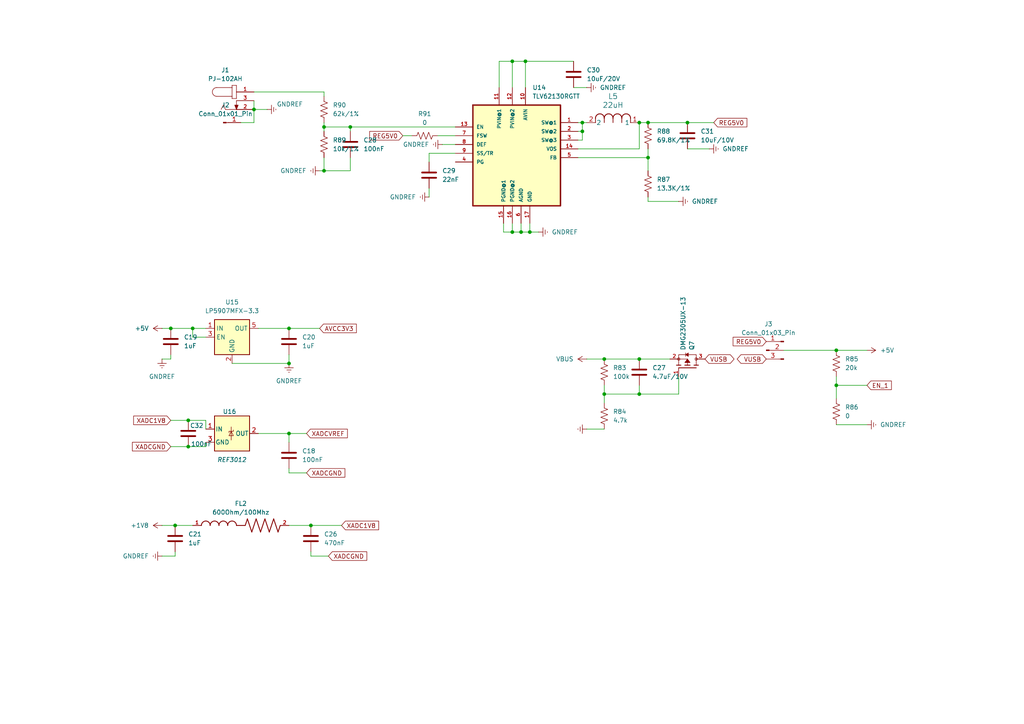
<source format=kicad_sch>
(kicad_sch (version 20231120) (generator "eeschema") (generator_version "8.0")
  (paper "A4")
  (lib_symbols
    (symbol "2025-03-04_21-33-04:NR5040T2R2N" (pin_names (offset 0.254))
      (property "Reference" "L" (at 6.985 5.08 0))
      (property "Value" "NR5040T2R2N" (at 6.985 -2.54 0))
      (symbol "NR5040T2R2N_1_1"
        (polyline (pts (xy 2.54 0) (xy 2.54 1.27)) (stroke (width 0.2032)))
        (polyline (pts (xy 5.08 0) (xy 5.08 1.27)) (stroke (width 0.2032)))
        (polyline (pts (xy 7.62 0) (xy 7.62 1.27)) (stroke (width 0.2032)))
        (polyline (pts (xy 10.16 0) (xy 10.16 1.27)) (stroke (width 0.2032)))
        (polyline (pts (xy 12.7 0) (xy 12.7 1.27)) (stroke (width 0.2032)))
        (arc (start 5.08 1.27) (mid 3.81 2.5344) (end 2.54 1.27) (stroke (width 0.254)))
        (arc (start 7.62 1.27) (mid 6.35 2.5344) (end 5.08 1.27) (stroke (width 0.254)))
        (arc (start 10.16 1.27) (mid 8.89 2.5344) (end 7.62 1.27) (stroke (width 0.254)))
        (arc (start 12.7 1.27) (mid 11.43 2.5344) (end 10.16 1.27) (stroke (width 0.254)))
        (pin unspecified line (at 15.24 0 180) (length 2.54) (name "1") (number "1"))
        (pin unspecified line (at 0 0 0) (length 2.54) (name "2") (number "2"))
      )
      (symbol "NR5040T2R2N_1_2"
        (arc (start -1.27 5.08) (mid -2.5344 3.81) (end -1.27 2.54) (stroke (width 0.254)))
        (arc (start -1.27 7.62) (mid -2.5344 6.35) (end -1.27 5.08) (stroke (width 0.254)))
        (arc (start -1.27 10.16) (mid -2.5344 8.89) (end -1.27 7.62) (stroke (width 0.254)))
        (arc (start -1.27 12.7) (mid -2.5344 11.43) (end -1.27 10.16) (stroke (width 0.254)))
        (polyline (pts (xy 0 2.54) (xy -1.27 2.54)) (stroke (width 0.2032)))
        (polyline (pts (xy 0 5.08) (xy -1.27 5.08)) (stroke (width 0.2032)))
        (polyline (pts (xy 0 7.62) (xy -1.27 7.62)) (stroke (width 0.2032)))
        (polyline (pts (xy 0 10.16) (xy -1.27 10.16)) (stroke (width 0.2032)))
        (polyline (pts (xy 0 12.7) (xy -1.27 12.7)) (stroke (width 0.2032)))
        (pin unspecified line (at 0 15.24 270) (length 2.54) (name "1") (number "1"))
        (pin unspecified line (at 0 0 90) (length 2.54) (name "2") (number "2"))
      )
    )
    (symbol "BLM18AG601SZ1D:BLM18AG601SZ1D" (pin_names (offset 1.016))
      (property "Reference" "FL" (at -12.7044 5.0815 0))
      (property "Value" "BLM18AG601SZ1D" (at -12.71 -5.0866 0))
      (symbol "BLM18AG601SZ1D_0_0"
        (arc (start -10.16 0) (mid -11.43 1.2645) (end -12.7 0) (stroke (width 0.254)))
        (arc (start -7.62 0) (mid -8.89 1.2645) (end -10.16 0) (stroke (width 0.254)))
        (arc (start -5.08 0) (mid -6.35 1.2645) (end -7.62 0) (stroke (width 0.254)))
        (arc (start -2.54 0) (mid -3.81 1.2645) (end -5.08 0) (stroke (width 0.254)))
        (polyline (pts (xy 0 0) (xy -2.54 0)) (stroke (width 0.254)))
        (polyline (pts (xy 0 0) (xy 0.635 1.905)) (stroke (width 0.254)))
        (polyline (pts (xy 0.635 1.905) (xy 1.905 -1.905)) (stroke (width 0.254)))
        (polyline (pts (xy 1.905 -1.905) (xy 3.175 1.905)) (stroke (width 0.254)))
        (polyline (pts (xy 3.175 1.905) (xy 4.445 -1.905)) (stroke (width 0.254)))
        (polyline (pts (xy 4.445 -1.905) (xy 5.715 1.905)) (stroke (width 0.254)))
        (polyline (pts (xy 5.715 1.905) (xy 6.985 -1.905)) (stroke (width 0.254)))
        (polyline (pts (xy 6.985 -1.905) (xy 8.255 1.905)) (stroke (width 0.254)))
        (polyline (pts (xy 8.255 1.905) (xy 9.525 -1.905)) (stroke (width 0.254)))
        (polyline (pts (xy 9.525 -1.905) (xy 10.16 0)) (stroke (width 0.254)))
        (pin passive line (at -15.24 0 0) (length 2.54) (name "~") (number "1"))
        (pin passive line (at 12.7 0 180) (length 2.54) (name "~") (number "2"))
      )
    )
    (symbol "Connector:Conn_01x01_Pin" (pin_names (offset 1.016) hide)
      (property "Reference" "J" (at 0 2.54 0))
      (property "Value" "Conn_01x01_Pin" (at 0 -2.54 0))
      (symbol "Conn_01x01_Pin_1_1"
        (polyline (pts (xy 1.27 0) (xy 0.8636 0)) (stroke (width 0.1524)))
        (rectangle (start 0.8636 0.127) (end 0 -0.127) (stroke (width 0.1524)) (fill (type outline)))
        (pin passive line (at 5.08 0 180) (length 3.81) (name "Pin_1") (number "1"))
      )
    )
    (symbol "Connector:Conn_01x03_Pin" (pin_names (offset 1.016) hide)
      (property "Reference" "J3" (at 0.635 7.62 0))
      (property "Value" "Conn_01x03_Pin" (at 0.635 5.08 0))
      (symbol "Conn_01x03_Pin_1_1"
        (polyline (pts (xy 1.27 0) (xy 0.8636 0)) (stroke (width 0.1524)))
        (polyline (pts (xy 3.81 -2.54) (xy 4.2164 -2.54)) (stroke (width 0.1524)))
        (polyline (pts (xy 3.81 2.54) (xy 4.2164 2.54)) (stroke (width 0.1524)))
        (rectangle (start 0.8636 0.127) (end 0 -0.127) (stroke (width 0.1524)) (fill (type outline)))
        (rectangle (start 4.2164 -2.667) (end 5.08 -2.413) (stroke (width 0.1524)) (fill (type outline)))
        (rectangle (start 4.2164 2.413) (end 5.08 2.667) (stroke (width 0.1524)) (fill (type outline)))
        (pin passive line (at 0 2.54 0) (length 3.81) (name "Pin_1") (number "1"))
        (pin passive line (at 5.08 0 180) (length 3.81) (name "Pin_2") (number "2"))
        (pin passive line (at 0 -2.54 0) (length 3.81) (name "Pin_3") (number "3"))
      )
    )
    (symbol "DMG2305UX-13:DMG2305UX-13" (pin_names (offset 1.016))
      (property "Reference" "Q" (at -8.89 3.81 0))
      (property "Value" "DMG2305UX-13" (at -8.89 -6.35 0))
      (symbol "DMG2305UX-13_0_0"
        (polyline (pts (xy 0 -2.54) (xy 0 2.54)) (stroke (width 0.254)))
        (polyline (pts (xy 0.762 -3.175) (xy 0.762 -2.54)) (stroke (width 0.254)))
        (polyline (pts (xy 0.762 -2.54) (xy 0.762 -1.905)) (stroke (width 0.254)))
        (polyline (pts (xy 0.762 -2.54) (xy 2.54 -2.54)) (stroke (width 0.1524)))
        (polyline (pts (xy 0.762 -0.762) (xy 0.762 0)) (stroke (width 0.254)))
        (polyline (pts (xy 0.762 0) (xy 0.762 0.762)) (stroke (width 0.254)))
        (polyline (pts (xy 0.762 0) (xy 2.54 0)) (stroke (width 0.1524)))
        (polyline (pts (xy 0.762 1.905) (xy 0.762 2.54)) (stroke (width 0.254)))
        (polyline (pts (xy 0.762 2.54) (xy 0.762 3.175)) (stroke (width 0.254)))
        (polyline (pts (xy 2.54 -2.54) (xy 2.54 0)) (stroke (width 0.1524)))
        (polyline (pts (xy 2.54 -2.54) (xy 3.81 -2.54)) (stroke (width 0.1524)))
        (polyline (pts (xy 2.54 2.54) (xy 0.762 2.54)) (stroke (width 0.1524)))
        (polyline (pts (xy 2.54 2.54) (xy 3.81 2.54)) (stroke (width 0.1524)))
        (polyline (pts (xy 3.81 -0.508) (xy 3.302 -0.508)) (stroke (width 0.1524)))
        (polyline (pts (xy 3.81 -0.508) (xy 3.81 -2.54)) (stroke (width 0.1524)))
        (polyline (pts (xy 3.81 2.54) (xy 3.81 -0.508)) (stroke (width 0.1524)))
        (polyline (pts (xy 4.318 -0.508) (xy 3.81 -0.508)) (stroke (width 0.1524)))
        (polyline (pts (xy 2.54 0) (xy 1.524 0.762) (xy 1.524 -0.762) (xy 2.54 0)) (stroke (width 0.1524)) (fill (type outline)))
        (polyline (pts (xy 3.81 -0.508) (xy 3.302 0.254) (xy 4.318 0.254) (xy 3.81 -0.508)) (stroke (width 0.1524)) (fill (type outline)))
        (circle (center 2.54 -2.54) (radius 0.3592))
        (circle (center 2.54 2.54) (radius 0.3592))
        (pin passive line (at -2.54 -2.54 0) (length 2.54) (name "~") (number "1"))
        (pin passive line (at 2.54 -5.08 90) (length 2.54) (name "~") (number "2"))
        (pin passive line (at 2.54 5.08 270) (length 2.54) (name "~") (number "3"))
      )
    )
    (symbol "Device:C" (pin_numbers hide) (pin_names (offset 0.254))
      (property "Reference" "C" (at 0.635 2.54 0))
      (property "Value" "C" (at 0.635 -2.54 0))
      (symbol "C_0_1"
        (polyline (pts (xy -2.032 -0.762) (xy 2.032 -0.762)) (stroke (width 0.508)))
        (polyline (pts (xy -2.032 0.762) (xy 2.032 0.762)) (stroke (width 0.508)))
      )
      (symbol "C_1_1"
        (pin passive line (at 0 3.81 270) (length 2.794) (name "~") (number "1"))
        (pin passive line (at 0 -3.81 90) (length 2.794) (name "~") (number "2"))
      )
    )
    (symbol "Device:R_US" (pin_numbers hide) (pin_names (offset 0))
      (property "Reference" "R" (at 2.54 0 90))
      (property "Value" "R_US" (at -2.54 0 90))
      (symbol "R_US_0_1"
        (polyline (pts (xy 0 -2.286) (xy 0 -2.54)))
        (polyline (pts (xy 0 2.286) (xy 0 2.54)))
        (polyline (pts (xy 0 -0.762) (xy 1.016 -1.143) (xy 0 -1.524) (xy -1.016 -1.905) (xy 0 -2.286)))
        (polyline (pts (xy 0 0.762) (xy 1.016 0.381) (xy 0 0) (xy -1.016 -0.381) (xy 0 -0.762)))
        (polyline (pts (xy 0 2.286) (xy 1.016 1.905) (xy 0 1.524) (xy -1.016 1.143) (xy 0 0.762)))
      )
      (symbol "R_US_1_1"
        (pin passive line (at 0 3.81 270) (length 1.27) (name "~") (number "1"))
        (pin passive line (at 0 -3.81 90) (length 1.27) (name "~") (number "2"))
      )
    )
    (symbol "PJ-102AH:PJ-102AH" (pin_names (offset 1.016))
      (property "Reference" "J" (at -7.6258 5.0838 0))
      (property "Value" "PJ-102AH" (at -7.6296 -5.0864 0))
      (symbol "PJ-102AH_0_0"
        (arc (start -5.715 3.81) (mid -6.9794 2.54) (end -5.715 1.27) (stroke (width 0.1524)))
        (polyline (pts (xy -5.715 3.81) (xy -1.27 3.81)) (stroke (width 0.1524)))
        (polyline (pts (xy -3.81 -1.27) (xy -4.445 -2.54)) (stroke (width 0.1524)))
        (polyline (pts (xy -3.175 -2.54) (xy -3.81 -1.27)) (stroke (width 0.1524)))
        (polyline (pts (xy -1.27 0.635) (xy 0 0.635)) (stroke (width 0.1524)))
        (polyline (pts (xy -1.27 1.27) (xy -5.715 1.27)) (stroke (width 0.1524)))
        (polyline (pts (xy -1.27 1.27) (xy -1.27 0.635)) (stroke (width 0.1524)))
        (polyline (pts (xy -1.27 3.81) (xy -1.27 1.27)) (stroke (width 0.1524)))
        (polyline (pts (xy -1.27 4.445) (xy -1.27 3.81)) (stroke (width 0.1524)))
        (polyline (pts (xy 0 -2.54) (xy -3.175 -2.54)) (stroke (width 0.1524)))
        (polyline (pts (xy 0 0) (xy 0 -2.54)) (stroke (width 0.1524)))
        (polyline (pts (xy 0 0.635) (xy 0 4.445)) (stroke (width 0.1524)))
        (polyline (pts (xy 0 4.445) (xy -1.27 4.445)) (stroke (width 0.1524)))
        (polyline (pts (xy 0 -2.54) (xy -0.508 -1.27) (xy 0.508 -1.27) (xy 0 -2.54)) (stroke (width 0.1524)) (fill (type outline)))
        (pin passive line (at 5.08 2.54 180) (length 5.08) (name "~") (number "1"))
        (pin passive line (at 5.08 -2.54 180) (length 5.08) (name "~") (number "2"))
        (pin passive line (at 5.08 0 180) (length 5.08) (name "~") (number "3"))
      )
    )
    (symbol "Reference_Voltage:REF3012" (pin_names (offset 0.254))
      (property "Reference" "U16" (at -6.35 1.2701 0))
      (property "Value" "REF3012" (at -6.35 -1.2699 0))
      (symbol "REF3012_0_1"
        (rectangle (start -5.08 5.08) (end 5.08 -5.08) (stroke (width 0.254)) (fill (type background)))
        (polyline (pts (xy -0.254 1.905) (xy -0.254 -1.905)))
        (polyline (pts (xy -0.889 -0.635) (xy 0.381 -0.635) (xy -0.254 0.635) (xy -0.889 -0.635)))
        (polyline (pts (xy 0.381 1.016) (xy 0.381 0.635) (xy -0.889 0.635) (xy -0.889 0.254)))
      )
      (symbol "REF3012_1_1"
        (pin power_in line (at -7.62 1.27 0) (length 2.54) (name "IN") (number "1"))
        (pin power_out line (at 7.62 0 180) (length 2.54) (name "OUT") (number "2"))
        (pin power_in line (at -7.62 -2.54 0) (length 2.54) (name "GND") (number "3"))
      )
    )
    (symbol "Regulator_Linear:LP5907MFX-3.3"
      (property "Reference" "U" (at -3.81 6.35 0))
      (property "Value" "LP5907MFX-3.3" (at 6.35 6.35 0))
      (symbol "LP5907MFX-3.3_0_1"
        (rectangle (start -5.08 -5.08) (end 5.08 5.08) (stroke (width 0.254)) (fill (type background)))
        (pin power_in line (at -7.62 2.54 0) (length 2.54) (name "IN") (number "1"))
        (pin power_in line (at 0 -7.62 90) (length 2.54) (name "GND") (number "2"))
        (pin input line (at -7.62 0 0) (length 2.54) (name "EN") (number "3"))
        (pin no_connect line (at 5.08 0 180) (length 2.54) hide (name "NC") (number "4"))
        (pin power_out line (at 7.62 2.54 180) (length 2.54) (name "OUT") (number "5"))
      )
    )
    (symbol "TLV62130RGTT:TLV62130RGTT" (pin_names (offset 1.016))
      (property "Reference" "U" (at -12.7 21.32 0))
      (property "Value" "TLV62130RGTT" (at -12.954 -12.7 0))
      (symbol "TLV62130RGTT_0_0"
        (rectangle (start -12.7 20.32) (end 12.7 -8.89) (stroke (width 0.41)) (fill (type background)))
        (pin output line (at 17.78 15.24 180) (length 5.08) (name "SW@1") (number "1"))
        (pin input line (at 2.54 25.4 270) (length 5.08) (name "AVIN") (number "10"))
        (pin input line (at -5.08 25.4 270) (length 5.08) (name "PVIN@1") (number "11"))
        (pin input line (at -1.27 25.4 270) (length 5.08) (name "PVIN@2") (number "12"))
        (pin input line (at -17.78 13.97 0) (length 5.08) (name "EN") (number "13"))
        (pin input line (at 17.78 7.62 180) (length 5.08) (name "VOS") (number "14"))
        (pin power_in line (at -3.81 -13.97 90) (length 5.08) (name "PGND@1") (number "15"))
        (pin power_in line (at -1.27 -13.97 90) (length 5.08) (name "PGND@2") (number "16"))
        (pin output line (at 17.78 12.7 180) (length 5.08) (name "SW@2") (number "2"))
        (pin output line (at 17.78 10.16 180) (length 5.08) (name "SW@3") (number "3"))
        (pin output line (at -17.78 3.81 0) (length 5.08) (name "PG") (number "4"))
        (pin input line (at 17.78 5.08 180) (length 5.08) (name "FB") (number "5"))
        (pin power_in line (at 1.27 -13.97 90) (length 5.08) (name "AGND") (number "6"))
        (pin input line (at -17.78 11.43 0) (length 5.08) (name "FSW") (number "7"))
        (pin input line (at -17.78 8.89 0) (length 5.08) (name "DEF") (number "8"))
        (pin input line (at -17.78 6.35 0) (length 5.08) (name "SS/TR") (number "9"))
      )
      (symbol "TLV62130RGTT_1_0"
        (pin power_in line (at 3.81 -13.97 90) (length 5.08) (name "GND") (number "17"))
      )
    )
    (symbol "power:+1V8" (power) (pin_numbers hide) (pin_names (offset 0) hide)
      (property "Value" "+1V8" (at 0 3.556 0))
      (symbol "+1V8_0_1"
        (polyline (pts (xy -0.762 1.27) (xy 0 2.54)))
        (polyline (pts (xy 0 0) (xy 0 2.54)))
        (polyline (pts (xy 0 2.54) (xy 0.762 1.27)))
      )
      (symbol "+1V8_1_1"
        (pin power_in line (at 0 0 90) (length 0) (name "~") (number "1"))
      )
    )
    (symbol "power:+5V" (power) (pin_numbers hide) (pin_names (offset 0) hide)
      (property "Value" "+5V" (at 0 3.556 0))
      (symbol "+5V_0_1"
        (polyline (pts (xy -0.762 1.27) (xy 0 2.54)))
        (polyline (pts (xy 0 0) (xy 0 2.54)))
        (polyline (pts (xy 0 2.54) (xy 0.762 1.27)))
      )
      (symbol "+5V_1_1"
        (pin power_in line (at 0 0 90) (length 0) (name "~") (number "1"))
      )
    )
    (symbol "power:GNDREF" (power) (pin_numbers hide) (pin_names (offset 0) hide)
      (property "Value" "GNDREF" (at 0 -3.81 0))
      (symbol "GNDREF_0_1"
        (polyline (pts (xy -0.635 -1.905) (xy 0.635 -1.905)))
        (polyline (pts (xy -0.127 -2.54) (xy 0.127 -2.54)))
        (polyline (pts (xy 0 -1.27) (xy 0 0)))
        (polyline (pts (xy 1.27 -1.27) (xy -1.27 -1.27)))
      )
      (symbol "GNDREF_1_1"
        (pin power_in line (at 0 0 270) (length 0) (name "~") (number "1"))
      )
    )
    (symbol "power:VBUS" (power) (pin_numbers hide) (pin_names (offset 0) hide)
      (property "Value" "VBUS" (at 0 3.556 0))
      (symbol "VBUS_0_1"
        (polyline (pts (xy -0.762 1.27) (xy 0 2.54)))
        (polyline (pts (xy 0 0) (xy 0 2.54)))
        (polyline (pts (xy 0 2.54) (xy 0.762 1.27)))
      )
      (symbol "VBUS_1_1"
        (pin power_in line (at 0 0 90) (length 0) (name "~") (number "1"))
      )
    )
  )
  (junction (at 175.26 114.3))
  (junction (at 148.59 67.31))
  (junction (at 187.96 45.72))
  (junction (at 185.42 104.14))
  (junction (at 50.8 152.4))
  (junction (at 151.13 67.31))
  (junction (at 93.98 49.53))
  (junction (at 199.39 35.56))
  (junction (at 148.59 17.78))
  (junction (at 83.82 125.73))
  (junction (at 101.6 36.83))
  (junction (at 55.88 95.25))
  (junction (at 242.57 101.6))
  (junction (at 73.66 31.75))
  (junction (at 83.82 105.41))
  (junction (at 83.82 95.25))
  (junction (at 242.57 111.76))
  (junction (at 168.91 38.1))
  (junction (at 54.61 129.54))
  (junction (at 153.67 67.31))
  (junction (at 185.42 35.56))
  (junction (at 54.61 121.92))
  (junction (at 175.26 104.14))
  (junction (at 90.17 152.4))
  (junction (at 168.91 35.56))
  (junction (at 185.42 114.3))
  (junction (at 93.98 36.83))
  (junction (at 49.53 95.25))
  (junction (at 152.4 17.78))
  (junction (at 187.96 35.56))
  (wire (pts (xy 83.82 135.89) (xy 83.82 137.16)))
  (wire (pts (xy 67.31 105.41) (xy 83.82 105.41)))
  (wire (pts (xy 167.64 38.1) (xy 168.91 38.1)))
  (wire (pts (xy 83.82 95.25) (xy 92.71 95.25)))
  (wire (pts (xy 83.82 102.87) (xy 83.82 105.41)))
  (wire (pts (xy 148.59 17.78) (xy 152.4 17.78)))
  (wire (pts (xy 166.37 17.78) (xy 152.4 17.78)))
  (wire (pts (xy 242.57 123.19) (xy 251.46 123.19)))
  (wire (pts (xy 101.6 49.53) (xy 93.98 49.53)))
  (wire (pts (xy 101.6 38.1) (xy 101.6 36.83)))
  (wire (pts (xy 187.96 35.56) (xy 199.39 35.56)))
  (wire (pts (xy 54.61 121.92) (xy 59.69 121.92)))
  (wire (pts (xy 49.53 104.14) (xy 49.53 102.87)))
  (wire (pts (xy 167.64 35.56) (xy 168.91 35.56)))
  (wire (pts (xy 148.59 64.77) (xy 148.59 67.31)))
  (wire (pts (xy 46.99 95.25) (xy 49.53 95.25)))
  (wire (pts (xy 199.39 43.18) (xy 205.74 43.18)))
  (wire (pts (xy 124.46 46.99) (xy 124.46 44.45)))
  (wire (pts (xy 116.84 39.37) (xy 119.38 39.37)))
  (wire (pts (xy 54.61 129.54) (xy 59.69 129.54)))
  (wire (pts (xy 46.99 161.29) (xy 50.8 161.29)))
  (wire (pts (xy 59.69 97.79) (xy 55.88 97.79)))
  (wire (pts (xy 93.98 36.83) (xy 93.98 38.1)))
  (wire (pts (xy 175.26 114.3) (xy 175.26 116.84)))
  (wire (pts (xy 83.82 125.73) (xy 88.9 125.73)))
  (wire (pts (xy 187.96 45.72) (xy 167.64 45.72)))
  (wire (pts (xy 152.4 17.78) (xy 152.4 25.4)))
  (wire (pts (xy 153.67 67.31) (xy 156.21 67.31)))
  (wire (pts (xy 74.93 95.25) (xy 83.82 95.25)))
  (wire (pts (xy 187.96 58.42) (xy 196.85 58.42)))
  (wire (pts (xy 242.57 111.76) (xy 251.46 111.76)))
  (wire (pts (xy 50.8 160.02) (xy 50.8 161.29)))
  (wire (pts (xy 187.96 43.18) (xy 187.96 45.72)))
  (wire (pts (xy 185.42 111.76) (xy 185.42 114.3)))
  (wire (pts (xy 185.42 104.14) (xy 194.31 104.14)))
  (wire (pts (xy 90.17 152.4) (xy 99.06 152.4)))
  (wire (pts (xy 187.96 45.72) (xy 187.96 49.53)))
  (wire (pts (xy 124.46 44.45) (xy 132.08 44.45)))
  (wire (pts (xy 69.85 35.56) (xy 73.66 35.56)))
  (wire (pts (xy 185.42 35.56) (xy 187.96 35.56)))
  (wire (pts (xy 196.85 109.22) (xy 196.85 114.3)))
  (wire (pts (xy 242.57 111.76) (xy 242.57 115.57)))
  (wire (pts (xy 167.64 43.18) (xy 185.42 43.18)))
  (wire (pts (xy 148.59 25.4) (xy 148.59 17.78)))
  (wire (pts (xy 151.13 64.77) (xy 151.13 67.31)))
  (wire (pts (xy 46.99 152.4) (xy 50.8 152.4)))
  (wire (pts (xy 46.99 104.14) (xy 49.53 104.14)))
  (wire (pts (xy 144.78 17.78) (xy 148.59 17.78)))
  (wire (pts (xy 49.53 129.54) (xy 54.61 129.54)))
  (wire (pts (xy 144.78 25.4) (xy 144.78 17.78)))
  (wire (pts (xy 83.82 125.73) (xy 83.82 128.27)))
  (wire (pts (xy 59.69 128.27) (xy 59.69 129.54)))
  (wire (pts (xy 101.6 36.83) (xy 93.98 36.83)))
  (wire (pts (xy 93.98 49.53) (xy 93.98 45.72)))
  (wire (pts (xy 50.8 152.4) (xy 55.88 152.4)))
  (wire (pts (xy 170.18 104.14) (xy 175.26 104.14)))
  (wire (pts (xy 73.66 29.21) (xy 73.66 31.75)))
  (wire (pts (xy 74.93 125.73) (xy 83.82 125.73)))
  (wire (pts (xy 185.42 43.18) (xy 185.42 35.56)))
  (wire (pts (xy 151.13 67.31) (xy 153.67 67.31)))
  (wire (pts (xy 93.98 35.56) (xy 93.98 36.83)))
  (wire (pts (xy 175.26 104.14) (xy 185.42 104.14)))
  (wire (pts (xy 167.64 40.64) (xy 168.91 40.64)))
  (wire (pts (xy 196.85 114.3) (xy 185.42 114.3)))
  (wire (pts (xy 124.46 54.61) (xy 124.46 57.15)))
  (wire (pts (xy 49.53 121.92) (xy 54.61 121.92)))
  (wire (pts (xy 90.17 161.29) (xy 95.25 161.29)))
  (wire (pts (xy 227.33 101.6) (xy 242.57 101.6)))
  (wire (pts (xy 90.17 160.02) (xy 90.17 161.29)))
  (wire (pts (xy 166.37 25.4) (xy 170.18 25.4)))
  (wire (pts (xy 83.82 137.16) (xy 88.9 137.16)))
  (wire (pts (xy 92.71 49.53) (xy 93.98 49.53)))
  (wire (pts (xy 93.98 27.94) (xy 93.98 26.67)))
  (wire (pts (xy 55.88 95.25) (xy 59.69 95.25)))
  (wire (pts (xy 175.26 111.76) (xy 175.26 114.3)))
  (wire (pts (xy 170.18 124.46) (xy 175.26 124.46)))
  (wire (pts (xy 101.6 45.72) (xy 101.6 49.53)))
  (wire (pts (xy 199.39 35.56) (xy 207.01 35.56)))
  (wire (pts (xy 168.91 38.1) (xy 168.91 40.64)))
  (wire (pts (xy 127 39.37) (xy 132.08 39.37)))
  (wire (pts (xy 148.59 67.31) (xy 151.13 67.31)))
  (wire (pts (xy 73.66 31.75) (xy 77.47 31.75)))
  (wire (pts (xy 187.96 57.15) (xy 187.96 58.42)))
  (wire (pts (xy 168.91 35.56) (xy 168.91 38.1)))
  (wire (pts (xy 55.88 97.79) (xy 55.88 95.25)))
  (wire (pts (xy 168.91 35.56) (xy 170.18 35.56)))
  (wire (pts (xy 242.57 101.6) (xy 251.46 101.6)))
  (wire (pts (xy 242.57 109.22) (xy 242.57 111.76)))
  (wire (pts (xy 185.42 114.3) (xy 175.26 114.3)))
  (wire (pts (xy 93.98 26.67) (xy 73.66 26.67)))
  (wire (pts (xy 153.67 64.77) (xy 153.67 67.31)))
  (wire (pts (xy 59.69 124.46) (xy 59.69 121.92)))
  (wire (pts (xy 146.05 64.77) (xy 146.05 67.31)))
  (wire (pts (xy 128.27 41.91) (xy 132.08 41.91)))
  (wire (pts (xy 49.53 95.25) (xy 55.88 95.25)))
  (wire (pts (xy 101.6 36.83) (xy 132.08 36.83)))
  (wire (pts (xy 146.05 67.31) (xy 148.59 67.31)))
  (wire (pts (xy 73.66 35.56) (xy 73.66 31.75)))
  (wire (pts (xy 83.82 152.4) (xy 90.17 152.4)))
  (global_label "REG5V0" (shape input) (at 222.25 99.06 180) (property "Intersheetrefs" "${INTERSHEET_REFS}" (effects (hide yes))))
  (global_label "XADCVREF" (shape input) (at 88.9 125.73 0) (property "Intersheetrefs" "${INTERSHEET_REFS}" (effects (hide yes))))
  (global_label "REG5V0" (shape input) (at 207.01 35.56 0) (property "Intersheetrefs" "${INTERSHEET_REFS}" (effects (hide yes))))
  (global_label "XADCGND" (shape input) (at 95.25 161.29 0) (property "Intersheetrefs" "${INTERSHEET_REFS}" (effects (hide yes))))
  (global_label "VUSB" (shape bidirectional) (at 222.25 104.14 180) (property "Intersheetrefs" "${INTERSHEET_REFS}" (effects (hide yes))))
  (global_label "XADC1V8" (shape input) (at 49.53 121.92 180) (property "Intersheetrefs" "${INTERSHEET_REFS}" (effects (hide yes))))
  (global_label "VUSB" (shape bidirectional) (at 204.47 104.14 0) (property "Intersheetrefs" "${INTERSHEET_REFS}" (effects (hide yes))))
  (global_label "REG5V0" (shape input) (at 116.84 39.37 180) (property "Intersheetrefs" "${INTERSHEET_REFS}" (effects (hide yes))))
  (global_label "XADC1V8" (shape input) (at 99.06 152.4 0) (property "Intersheetrefs" "${INTERSHEET_REFS}" (effects (hide yes))))
  (global_label "AVCC3V3" (shape input) (at 92.71 95.25 0) (property "Intersheetrefs" "${INTERSHEET_REFS}" (effects (hide yes))))
  (global_label "XADCGND" (shape input) (at 88.9 137.16 0) (property "Intersheetrefs" "${INTERSHEET_REFS}" (effects (hide yes))))
  (global_label "XADCGND" (shape input) (at 49.53 129.54 180) (property "Intersheetrefs" "${INTERSHEET_REFS}" (effects (hide yes))))
  (global_label "EN_1" (shape input) (at 251.46 111.76 0) (property "Intersheetrefs" "${INTERSHEET_REFS}" (effects (hide yes))))
  (symbol (lib_id "power:GNDREF") (at 205.74 43.18 90) (unit 1)
    (property "Reference" "#PWR032" (effects (hide yes)))
    (property "Value" "GNDREF" (at 209.55 43.1799 90) (effects (justify right)))
    (property "Description" "Power symbol creates a global label with name \"GNDREF\" , reference supply ground" (effects (hide yes)))
  )
  (symbol (lib_id "Connector:Conn_01x03_Pin") (at 222.25 101.6 0) (unit 1)
    (property "Reference" "J3" (at 222.885 93.98 0))
    (property "Value" "Conn_01x03_Pin" (at 222.885 96.52 0))
    (property "Footprint" "footprints:PinHeader_1x03_P2.54mm_Vertical" (effects (hide yes)))
    (property "Description" "Generic connector, single row, 01x03, script generated" (effects (hide yes)))
  )
  (symbol (lib_id "Device:C") (at 199.39 39.37 0) (unit 1)
    (property "Reference" "C31" (at 203.2 38.0999 0) (effects (justify left)))
    (property "Value" "10uF/10V" (at 203.2 40.6399 0) (effects (justify left)))
    (property "Footprint" "footprints:C_0402" (effects (hide yes)))
    (property "Description" "Unpolarized capacitor" (effects (hide yes)))
  )
  (symbol (lib_id "power:GNDREF") (at 128.27 41.91 270) (unit 1)
    (property "Reference" "#PWR037" (effects (hide yes)))
    (property "Value" "GNDREF" (at 124.46 41.9099 90) (effects (justify right)))
    (property "Description" "Power symbol creates a global label with name \"GNDREF\" , reference supply ground" (effects (hide yes)))
  )
  (symbol (lib_id "DMG2305UX-13:DMG2305UX-13") (at 199.39 106.68 270) (mirror x) (unit 1)
    (property "Reference" "Q7" (at 200.6601 101.6 0) (effects (justify left)))
    (property "Value" "DMG2305UX-13" (at 198.1201 101.6 0) (effects (justify left)))
    (property "Footprint" "footprints:DMG2305UX_13" (effects (hide yes)))
    (property "PARTREV" "09/2018" (effects (hide yes)))
    (property "MANUFACTURER" "Diodes Inc." (effects (hide yes)))
    (property "MAXIMUM_PACKAGE_HEIGHT" "1.1mm" (effects (hide yes)))
    (property "STANDARD" "IPC-7351B" (effects (hide yes)))
  )
  (symbol (lib_id "power:GNDREF") (at 46.99 161.29 270) (unit 1)
    (property "Reference" "#PWR025" (effects (hide yes)))
    (property "Value" "GNDREF" (at 43.18 161.2899 90) (effects (justify right)))
    (property "Description" "Power symbol creates a global label with name \"GNDREF\" , reference supply ground" (effects (hide yes)))
  )
  (symbol (lib_id "Device:C") (at 54.61 125.73 0) (unit 1)
    (property "Reference" "C32" (at 55.118 123.444 0) (effects (justify left)))
    (property "Value" "100nF" (at 55.372 128.778 0) (effects (justify left)))
    (property "Footprint" "footprints:C_0402" (effects (hide yes)))
    (property "Description" "Unpolarized capacitor" (effects (hide yes)))
  )
  (symbol (lib_id "Device:C") (at 49.53 99.06 0) (unit 1)
    (property "Reference" "C19" (at 53.34 97.7899 0) (effects (justify left)))
    (property "Value" "1uF" (at 53.34 100.3299 0) (effects (justify left)))
    (property "Footprint" "footprints:C_0402" (effects (hide yes)))
    (property "Description" "Unpolarized capacitor" (effects (hide yes)))
  )
  (symbol (lib_id "Device:C") (at 83.82 99.06 0) (unit 1)
    (property "Reference" "C20" (at 87.63 97.7899 0) (effects (justify left)))
    (property "Value" "1uF" (at 87.63 100.3299 0) (effects (justify left)))
    (property "Footprint" "footprints:C_0402" (effects (hide yes)))
    (property "Description" "Unpolarized capacitor" (effects (hide yes)))
  )
  (symbol (lib_id "Device:R_US") (at 242.57 119.38 0) (unit 1)
    (property "Reference" "R86" (at 245.11 118.1099 0) (effects (justify left)))
    (property "Value" "0" (at 245.11 120.6499 0) (effects (justify left)))
    (property "Footprint" "footprints:R_0402" (effects (hide yes)))
    (property "Description" "Resistor, US symbol" (effects (hide yes)))
  )
  (symbol (lib_id "BLM18AG601SZ1D:BLM18AG601SZ1D") (at 71.12 152.4 0) (unit 1)
    (property "Reference" "FL2" (at 69.85 146.05 0))
    (property "Value" "600Ohm/100Mhz" (at 69.85 148.59 0))
    (property "Footprint" "footprints:BEADC1608X95N" (effects (hide yes)))
  )
  (symbol (lib_id "Device:C") (at 50.8 156.21 0) (unit 1)
    (property "Reference" "C21" (at 54.61 154.9399 0) (effects (justify left)))
    (property "Value" "1uF" (at 54.61 157.4799 0) (effects (justify left)))
    (property "Footprint" "footprints:C_0402" (effects (hide yes)))
    (property "Description" "Unpolarized capacitor" (effects (hide yes)))
  )
  (symbol (lib_id "Reference_Voltage:REF3012") (at 67.31 125.73 0) (unit 1)
    (property "Reference" "U16" (at 68.58 119.38 0) (effects (justify right)))
    (property "Value" "REF3012" (at 71.374 133.35 0) (effects (font (italic yes)) (justify right)))
    (property "Footprint" "footprints:SOT-23" (effects (hide yes)))
    (property "Datasheet" "http://www.ti.com/lit/ds/symlink/ref3033.pdf" (effects (hide yes)))
    (property "Description" "1.25V 50-ppm/°C Max, 50-μA, CMOS Voltage Reference, SOT-23-3" (effects (hide yes)))
  )
  (symbol (lib_id "power:GNDREF") (at 83.82 105.41 0) (unit 1)
    (property "Reference" "#PWR021" (effects (hide yes)))
    (property "Value" "GNDREF" (at 83.82 110.49 0))
    (property "Description" "Power symbol creates a global label with name \"GNDREF\" , reference supply ground" (effects (hide yes)))
  )
  (symbol (lib_id "power:+1V8") (at 46.99 152.4 90) (unit 1)
    (property "Reference" "#PWR024" (effects (hide yes)))
    (property "Value" "+1V8" (at 43.18 152.3999 90) (effects (justify left)))
    (property "Description" "Power symbol creates a global label with name \"+1V8\"" (effects (hide yes)))
  )
  (symbol (lib_id "TLV62130RGTT:TLV62130RGTT") (at 149.86 50.8 0) (unit 1)
    (property "Reference" "U14" (at 154.4194 25.4 0) (effects (justify left)))
    (property "Value" "TLV62130RGTT" (at 154.4194 27.94 0) (effects (justify left)))
    (property "Footprint" "footprints:TLV62130RGTT" (effects (hide yes)))
  )
  (symbol (lib_id "Device:C") (at 185.42 107.95 0) (unit 1)
    (property "Reference" "C27" (at 189.23 106.6799 0) (effects (justify left)))
    (property "Value" "4.7uF/10V" (at 189.23 109.2199 0) (effects (justify left)))
    (property "Footprint" "footprints:C_0402" (effects (hide yes)))
    (property "Description" "Unpolarized capacitor" (effects (hide yes)))
  )
  (symbol (lib_id "Device:C") (at 101.6 41.91 0) (unit 1)
    (property "Reference" "C28" (at 105.41 40.6399 0) (effects (justify left)))
    (property "Value" "100nF" (at 105.41 43.1799 0) (effects (justify left)))
    (property "Footprint" "footprints:C_0402" (effects (hide yes)))
    (property "Description" "Unpolarized capacitor" (effects (hide yes)))
  )
  (symbol (lib_id "2025-03-04_21-33-04:NR5040T2R2N") (at 170.18 35.56 0) (unit 1)
    (property "Reference" "L5" (at 177.8 27.94 0) (effects (font (size 1.524 1.524))))
    (property "Value" "22uH" (at 177.8 30.48 0) (effects (font (size 1.524 1.524))))
    (property "Footprint" "footprints:IND_TAIYO_NR5040_TAY" (effects (hide yes)))
    (property "Datasheet" "NR5040T2R2N" (effects (hide yes)))
  )
  (symbol (lib_id "power:GNDREF") (at 77.47 31.75 90) (unit 1)
    (property "Reference" "#PWR036" (effects (hide yes)))
    (property "Value" "GNDREF" (at 80.264 30.226 90) (effects (justify right)))
    (property "Description" "Power symbol creates a global label with name \"GNDREF\" , reference supply ground" (effects (hide yes)))
  )
  (symbol (lib_id "Device:R_US") (at 93.98 31.75 0) (unit 1)
    (property "Reference" "R90" (at 96.52 30.4799 0) (effects (justify left)))
    (property "Value" "62k/1%" (at 96.52 33.0199 0) (effects (justify left)))
    (property "Footprint" "footprints:R_0402" (effects (hide yes)))
    (property "Description" "Resistor, US symbol" (effects (hide yes)))
  )
  (symbol (lib_id "PJ-102AH:PJ-102AH") (at 68.58 29.21 0) (unit 1)
    (property "Reference" "J1" (at 65.3443 20.32 0))
    (property "Value" "PJ-102AH" (at 65.3443 22.86 0))
    (property "Footprint" "footprints:CUI_PJ-102AH" (effects (hide yes)))
    (property "MF" "CUI Devices" (effects (hide yes)))
    (property "Purchase-URL" "https://pricing.snapeda.com/search/part/PJ-102AH/?ref=eda" (effects (hide yes)))
    (property "Package" "None" (effects (hide yes)))
    (property "Price" "None" (effects (hide yes)))
    (property "CUI_purchase_URL" "https://www.cuidevices.com/product/interconnect/connectors/dc-power-connectors/jacks/pj-102ah?utm_source=snapeda.com&utm_medium=referral&utm_campaign=snapedaBOM" (effects (hide yes)))
    (property "MP" "PJ-102AH" (effects (hide yes)))
    (property "Availability" "In Stock" (effects (hide yes)))
    (property "Description_1" "2.0 x 6.5 mm, 5.0 A, Horizontal, Through Hole, Tapered Pins, Dc Power Jack Connector" (effects (hide yes)))
  )
  (symbol (lib_id "power:GNDREF") (at 170.18 124.46 270) (unit 1)
    (property "Reference" "#PWR027" (effects (hide yes)))
    (property "Value" "GNDREF" (effects (hide yes)))
    (property "Description" "Power symbol creates a global label with name \"GNDREF\" , reference supply ground" (effects (hide yes)))
  )
  (symbol (lib_id "Device:R_US") (at 93.98 41.91 0) (unit 1)
    (property "Reference" "R89" (at 96.52 40.6399 0) (effects (justify left)))
    (property "Value" "10k/1%" (at 96.52 43.1799 0) (effects (justify left)))
    (property "Footprint" "footprints:R_0402" (effects (hide yes)))
    (property "Description" "Resistor, US symbol" (effects (hide yes)))
  )
  (symbol (lib_id "power:+5V") (at 251.46 101.6 270) (unit 1)
    (property "Reference" "#PWR028" (effects (hide yes)))
    (property "Value" "+5V" (at 255.27 101.5999 90) (effects (justify left)))
    (property "Description" "Power symbol creates a global label with name \"+5V\"" (effects (hide yes)))
  )
  (symbol (lib_id "Regulator_Linear:LP5907MFX-3.3") (at 67.31 97.79 0) (unit 1)
    (property "Reference" "U15" (at 67.31 87.63 0))
    (property "Value" "LP5907MFX-3.3" (at 67.31 90.17 0))
    (property "Footprint" "footprints:SOT-23-5" (effects (hide yes)))
    (property "Datasheet" "http://www.ti.com/lit/ds/symlink/lp5907.pdf" (effects (hide yes)))
    (property "Description" "250-mA Ultra-Low-Noise Low-IQ LDO, 3.3V, SOT-23" (effects (hide yes)))
  )
  (symbol (lib_id "Connector:Conn_01x01_Pin") (at 64.77 35.56 0) (unit 1)
    (property "Reference" "J2" (at 65.405 30.48 0))
    (property "Value" "Conn_01x01_Pin" (at 65.405 33.02 0))
    (property "Footprint" "footprints:PinHeader_1x01_P2.54mm_Vertical" (effects (hide yes)))
    (property "Description" "Generic connector, single row, 01x01, script generated" (effects (hide yes)))
  )
  (symbol (lib_id "power:+5V") (at 46.99 95.25 90) (unit 1)
    (property "Reference" "#PWR023" (effects (hide yes)))
    (property "Value" "+5V" (at 43.18 95.2499 90) (effects (justify left)))
    (property "Description" "Power symbol creates a global label with name \"+5V\"" (effects (hide yes)))
  )
  (symbol (lib_id "power:GNDREF") (at 92.71 49.53 270) (unit 1)
    (property "Reference" "#PWR035" (effects (hide yes)))
    (property "Value" "GNDREF" (at 88.9 49.5299 90) (effects (justify right)))
    (property "Description" "Power symbol creates a global label with name \"GNDREF\" , reference supply ground" (effects (hide yes)))
  )
  (symbol (lib_id "Device:R_US") (at 187.96 53.34 0) (unit 1)
    (property "Reference" "R87" (at 190.5 52.0699 0) (effects (justify left)))
    (property "Value" "13.3K/1%" (at 190.5 54.6099 0) (effects (justify left)))
    (property "Footprint" "footprints:R_0402" (effects (hide yes)))
    (property "Description" "Resistor, US symbol" (effects (hide yes)))
  )
  (symbol (lib_id "Device:C") (at 83.82 132.08 0) (unit 1)
    (property "Reference" "C18" (at 87.63 130.8099 0) (effects (justify left)))
    (property "Value" "100nF" (at 87.63 133.3499 0) (effects (justify left)))
    (property "Footprint" "footprints:C_0402" (effects (hide yes)))
    (property "Description" "Unpolarized capacitor" (effects (hide yes)))
  )
  (symbol (lib_id "power:GNDREF") (at 170.18 25.4 90) (unit 1)
    (property "Reference" "#PWR033" (effects (hide yes)))
    (property "Value" "GNDREF" (at 173.99 25.3999 90) (effects (justify right)))
    (property "Description" "Power symbol creates a global label with name \"GNDREF\" , reference supply ground" (effects (hide yes)))
  )
  (symbol (lib_id "Device:R_US") (at 187.96 39.37 0) (unit 1)
    (property "Reference" "R88" (at 190.5 38.0999 0) (effects (justify left)))
    (property "Value" "69.8K/1%" (at 190.5 40.6399 0) (effects (justify left)))
    (property "Footprint" "footprints:R_0402" (effects (hide yes)))
    (property "Description" "Resistor, US symbol" (effects (hide yes)))
  )
  (symbol (lib_id "Device:C") (at 90.17 156.21 0) (unit 1)
    (property "Reference" "C26" (at 93.98 154.9399 0) (effects (justify left)))
    (property "Value" "470nF" (at 93.98 157.4799 0) (effects (justify left)))
    (property "Footprint" "footprints:C_0402" (effects (hide yes)))
    (property "Description" "Unpolarized capacitor" (effects (hide yes)))
  )
  (symbol (lib_id "Device:C") (at 124.46 50.8 0) (unit 1)
    (property "Reference" "C29" (at 128.27 49.5299 0) (effects (justify left)))
    (property "Value" "22nF" (at 128.27 52.0699 0) (effects (justify left)))
    (property "Footprint" "footprints:C_0402" (effects (hide yes)))
    (property "Description" "Unpolarized capacitor" (effects (hide yes)))
  )
  (symbol (lib_id "Device:R_US") (at 242.57 105.41 0) (unit 1)
    (property "Reference" "R85" (at 245.11 104.1399 0) (effects (justify left)))
    (property "Value" "20k" (at 245.11 106.6799 0) (effects (justify left)))
    (property "Footprint" "footprints:R_0402" (effects (hide yes)))
    (property "Description" "Resistor, US symbol" (effects (hide yes)))
  )
  (symbol (lib_id "power:GNDREF") (at 156.21 67.31 90) (unit 1)
    (property "Reference" "#PWR030" (effects (hide yes)))
    (property "Value" "GNDREF" (at 160.02 67.3099 90) (effects (justify right)))
    (property "Description" "Power symbol creates a global label with name \"GNDREF\" , reference supply ground" (effects (hide yes)))
  )
  (symbol (lib_id "power:GNDREF") (at 124.46 57.15 270) (unit 1)
    (property "Reference" "#PWR034" (effects (hide yes)))
    (property "Value" "GNDREF" (at 120.65 57.1499 90) (effects (justify right)))
    (property "Description" "Power symbol creates a global label with name \"GNDREF\" , reference supply ground" (effects (hide yes)))
  )
  (symbol (lib_id "Device:R_US") (at 175.26 120.65 0) (unit 1)
    (property "Reference" "R84" (at 177.8 119.3799 0) (effects (justify left)))
    (property "Value" "4.7k" (at 177.8 121.9199 0) (effects (justify left)))
    (property "Footprint" "footprints:R_0402" (effects (hide yes)))
    (property "Description" "Resistor, US symbol" (effects (hide yes)))
  )
  (symbol (lib_id "Device:R_US") (at 175.26 107.95 0) (unit 1)
    (property "Reference" "R83" (at 177.8 106.6799 0) (effects (justify left)))
    (property "Value" "100k" (at 177.8 109.2199 0) (effects (justify left)))
    (property "Footprint" "footprints:R_0402" (effects (hide yes)))
    (property "Description" "Resistor, US symbol" (effects (hide yes)))
  )
  (symbol (lib_id "Device:R_US") (at 123.19 39.37 90) (unit 1)
    (property "Reference" "R91" (at 123.19 33.02 90))
    (property "Value" "0" (at 123.19 35.56 90))
    (property "Footprint" "footprints:R_0402" (effects (hide yes)))
    (property "Description" "Resistor, US symbol" (effects (hide yes)))
  )
  (symbol (lib_id "power:VBUS") (at 170.18 104.14 90) (unit 1)
    (property "Reference" "#PWR026" (effects (hide yes)))
    (property "Value" "VBUS" (at 166.37 104.1399 90) (effects (justify left)))
    (property "Description" "Power symbol creates a global label with name \"VBUS\"" (effects (hide yes)))
  )
  (symbol (lib_id "power:GNDREF") (at 196.85 58.42 90) (unit 1)
    (property "Reference" "#PWR031" (effects (hide yes)))
    (property "Value" "GNDREF" (at 200.66 58.4199 90) (effects (justify right)))
    (property "Description" "Power symbol creates a global label with name \"GNDREF\" , reference supply ground" (effects (hide yes)))
  )
  (symbol (lib_id "power:GNDREF") (at 46.99 104.14 0) (unit 1)
    (property "Reference" "#PWR022" (effects (hide yes)))
    (property "Value" "GNDREF" (at 46.99 109.22 0))
    (property "Description" "Power symbol creates a global label with name \"GNDREF\" , reference supply ground" (effects (hide yes)))
  )
  (symbol (lib_id "Device:C") (at 166.37 21.59 0) (unit 1)
    (property "Reference" "C30" (at 170.18 20.3199 0) (effects (justify left)))
    (property "Value" "10uF/20V" (at 170.18 22.8599 0) (effects (justify left)))
    (property "Footprint" "footprints:C_0402" (effects (hide yes)))
    (property "Description" "Unpolarized capacitor" (effects (hide yes)))
  )
  (symbol (lib_id "power:GNDREF") (at 251.46 123.19 90) (unit 1)
    (property "Reference" "#PWR029" (effects (hide yes)))
    (property "Value" "GNDREF" (at 255.27 123.1899 90) (effects (justify right)))
    (property "Description" "Power symbol creates a global label with name \"GNDREF\" , reference supply ground" (effects (hide yes)))
  )
)
</source>
